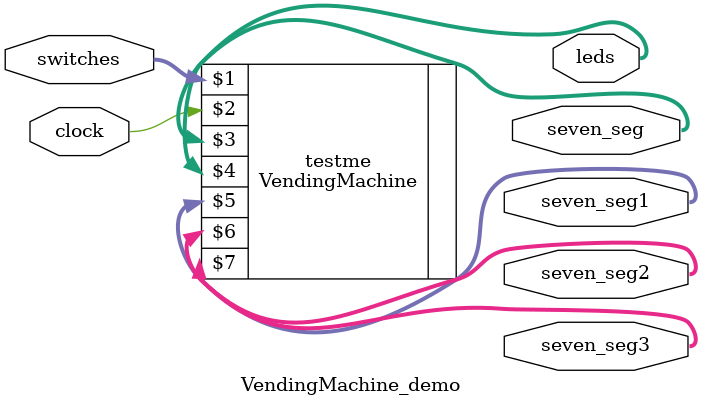
<source format=v>

module VendingMachine_demo
(
// {ALTERA_ARGS_BEGIN} DO NOT REMOVE THIS LINE!

	clock,
	leds,
	switches,
	seven_seg,
	seven_seg1,
	seven_seg2,
	seven_seg3
// {ALTERA_ARGS_END} DO NOT REMOVE THIS LINE!

);

// {ALTERA_IO_BEGIN} DO NOT REMOVE THIS LINE!
input			clock;
output	[9:0]	leds;
input	[0:9]	switches;
output [6:0] seven_seg;
output [6:0] seven_seg1;
output [6:0] seven_seg2;
output [6:0] seven_seg3;

// {ALTERA_IO_END} DO NOT REMOVE THIS LINE!
// {ALTERA_MODULE_BEGIN} DO NOT REMOVE THIS LINE!
VendingMachine testme (switches, clock, leds, seven_seg, seven_seg1, seven_seg2, seven_seg3);
// {ALTERA_MODULE_END} DO NOT REMOVE THIS LINE!
endmodule

</source>
